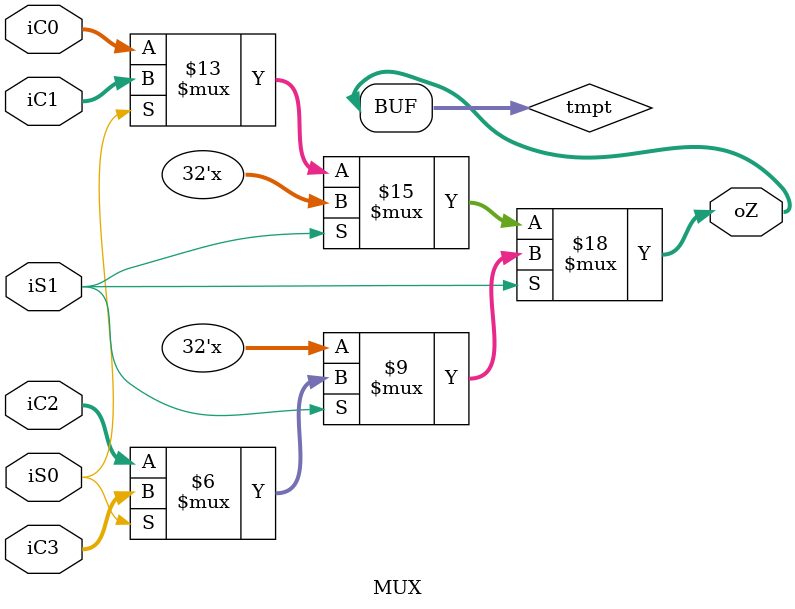
<source format=v>
module MUX(
    input [31:0] iC0,
    input [31:0] iC1,
    input [31:0] iC2,
    input [31:0] iC3,
    input iS1,
    input iS0,
    output [31:0] oZ
    );
reg[31:0] tmpt;
always@(*)
begin
   if(iS1==0)
        begin
            if(iS0==0)
                tmpt = iC0;
            else 
                tmpt = iC1;
        end
   else
        begin
            if(iS0==0)
                tmpt = iC2;
            else 
                tmpt = iC3; 
        end  
end
assign oZ = tmpt;
endmodule
</source>
